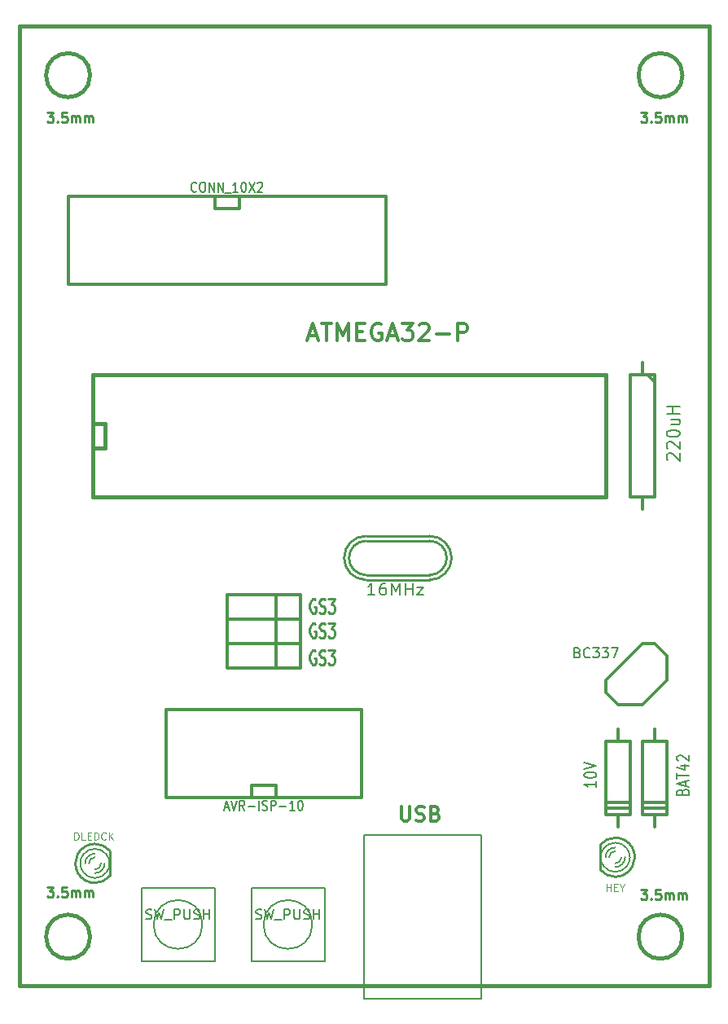
<source format=gto>
G04 #@! TF.FileFunction,Legend,Top*
%FSLAX46Y46*%
G04 Gerber Fmt 4.6, Leading zero omitted, Abs format (unit mm)*
G04 Created by KiCad (PCBNEW 4.0.5+dfsg1-4) date Wed May 24 13:42:23 2017*
%MOMM*%
%LPD*%
G01*
G04 APERTURE LIST*
%ADD10C,0.150000*%
%ADD11C,0.381000*%
%ADD12C,0.127000*%
%ADD13C,0.254000*%
%ADD14C,0.299720*%
%ADD15C,0.304800*%
%ADD16C,0.152400*%
%ADD17C,0.203200*%
%ADD18C,0.088900*%
G04 APERTURE END LIST*
D10*
D11*
X91440000Y-139700000D02*
X163195000Y-139700000D01*
X91440000Y-40005000D02*
X163195000Y-40005000D01*
X163195000Y-139700000D02*
X163195000Y-40005000D01*
X91440000Y-139700000D02*
X91440000Y-40005000D01*
D12*
X127254000Y-141097000D02*
X139446000Y-141097000D01*
X139446000Y-141097000D02*
X139446000Y-124079000D01*
X139446000Y-124079000D02*
X127254000Y-124079000D01*
X127254000Y-124079000D02*
X127254000Y-141097000D01*
D13*
X125222000Y-95250000D02*
G75*
G03X127508000Y-97536000I2286000J0D01*
G01*
X134112000Y-93472000D02*
X127508000Y-93472000D01*
X127508000Y-97028000D02*
X134112000Y-97028000D01*
X127508000Y-93472000D02*
G75*
G03X125730000Y-95250000I0J-1778000D01*
G01*
X125730000Y-95250000D02*
G75*
G03X127508000Y-97028000I1778000J0D01*
G01*
X135890000Y-95250000D02*
G75*
G03X134112000Y-93472000I-1778000J0D01*
G01*
X134112000Y-97028000D02*
G75*
G03X135890000Y-95250000I0J1778000D01*
G01*
X127508000Y-92964000D02*
G75*
G03X125222000Y-95250000I0J-2286000D01*
G01*
X127508000Y-92964000D02*
X134112000Y-92964000D01*
X134112000Y-97536000D02*
X127508000Y-97536000D01*
X136398000Y-95250000D02*
G75*
G03X134112000Y-92964000I-2286000J0D01*
G01*
X134112000Y-97536000D02*
G75*
G03X136398000Y-95250000I0J2286000D01*
G01*
D14*
X106680000Y-110998000D02*
X106680000Y-120142000D01*
X127000000Y-110998000D02*
X106680000Y-110998000D01*
X127000000Y-110998000D02*
X127000000Y-120142000D01*
X106680000Y-120142000D02*
X127000000Y-120142000D01*
X118110000Y-120142000D02*
X118110000Y-118872000D01*
X118110000Y-118872000D02*
X115570000Y-118872000D01*
X115570000Y-118872000D02*
X115570000Y-120142000D01*
D15*
X96520000Y-57658000D02*
X129540000Y-57658000D01*
X129540000Y-66802000D02*
X96520000Y-66802000D01*
D14*
X129540000Y-66802000D02*
X129540000Y-57658000D01*
X96520000Y-66802000D02*
X96520000Y-57658000D01*
X111760000Y-57658000D02*
X111760000Y-58928000D01*
X111760000Y-58928000D02*
X114300000Y-58928000D01*
X114300000Y-58928000D02*
X114300000Y-57658000D01*
D13*
X151841200Y-125095000D02*
X151841200Y-127635000D01*
D16*
X154586864Y-127340527D02*
G75*
G03X154940000Y-126365000I-1170864J975527D01*
G01*
X154938111Y-126364531D02*
G75*
G03X154553920Y-125354080I-1522111J-469D01*
G01*
X151893853Y-126365034D02*
G75*
G03X152260300Y-127355600I1522147J34D01*
G01*
X152245136Y-125389473D02*
G75*
G03X151892000Y-126365000I1170864J-975527D01*
G01*
X152176834Y-127252155D02*
G75*
G03X153416000Y-127889000I1239166J887155D01*
G01*
X153416801Y-127889000D02*
G75*
G03X154635200Y-127279400I-801J1524000D01*
G01*
X153415558Y-124842794D02*
G75*
G03X152214580Y-125430280I442J-1522206D01*
G01*
X154618564Y-125428829D02*
G75*
G03X153416000Y-124841000I-1202564J-936171D01*
G01*
X153416000Y-127000000D02*
G75*
G03X154051000Y-126365000I0J635000D01*
G01*
X153416000Y-127381000D02*
G75*
G03X154432000Y-126365000I0J1016000D01*
G01*
X153416000Y-125730000D02*
G75*
G03X152781000Y-126365000I0J-635000D01*
G01*
X153416000Y-125349000D02*
G75*
G03X152400000Y-126365000I0J-1016000D01*
G01*
D13*
X151857120Y-127668426D02*
G75*
G03X153416000Y-128397000I1558880J1303426D01*
G01*
X153416975Y-128394460D02*
G75*
G03X155206700Y-127320040I-975J2029460D01*
G01*
X153413448Y-124335614D02*
G75*
G03X151866600Y-125054360I2552J-2029386D01*
G01*
X155179299Y-125355149D02*
G75*
G03X153416000Y-124333000I-1763299J-1009851D01*
G01*
X155205130Y-127328347D02*
G75*
G03X155448000Y-126365000I-1789130J963347D01*
G01*
X155446923Y-126364900D02*
G75*
G03X155145740Y-125300740I-2030923J-100D01*
G01*
X100888800Y-128270000D02*
X100888800Y-125730000D01*
D16*
X98143136Y-126024473D02*
G75*
G03X97790000Y-127000000I1170864J-975527D01*
G01*
X97791889Y-127000469D02*
G75*
G03X98176080Y-128010920I1522111J469D01*
G01*
X100836147Y-126999966D02*
G75*
G03X100469700Y-126009400I-1522147J-34D01*
G01*
X100484864Y-127975527D02*
G75*
G03X100838000Y-127000000I-1170864J975527D01*
G01*
X100553166Y-126112845D02*
G75*
G03X99314000Y-125476000I-1239166J-887155D01*
G01*
X99313199Y-125476000D02*
G75*
G03X98094800Y-126085600I801J-1524000D01*
G01*
X99314442Y-128522206D02*
G75*
G03X100515420Y-127934720I-442J1522206D01*
G01*
X98111436Y-127936171D02*
G75*
G03X99314000Y-128524000I1202564J936171D01*
G01*
X99314000Y-126365000D02*
G75*
G03X98679000Y-127000000I0J-635000D01*
G01*
X99314000Y-125984000D02*
G75*
G03X98298000Y-127000000I0J-1016000D01*
G01*
X99314000Y-127635000D02*
G75*
G03X99949000Y-127000000I0J635000D01*
G01*
X99314000Y-128016000D02*
G75*
G03X100330000Y-127000000I0J1016000D01*
G01*
D13*
X100872880Y-125696574D02*
G75*
G03X99314000Y-124968000I-1558880J-1303426D01*
G01*
X99313025Y-124970540D02*
G75*
G03X97523300Y-126044960I975J-2029460D01*
G01*
X99316552Y-129029386D02*
G75*
G03X100863400Y-128310640I-2552J2029386D01*
G01*
X97550701Y-128009851D02*
G75*
G03X99314000Y-129032000I1763299J1009851D01*
G01*
X97524870Y-126036653D02*
G75*
G03X97282000Y-127000000I1789130J-963347D01*
G01*
X97283077Y-127000100D02*
G75*
G03X97584260Y-128064260I2030923J100D01*
G01*
D15*
X120650000Y-101600000D02*
X120650000Y-104140000D01*
X120650000Y-104140000D02*
X113030000Y-104140000D01*
X113030000Y-104140000D02*
X113030000Y-101600000D01*
X113030000Y-101600000D02*
X120650000Y-101600000D01*
X118110000Y-104140000D02*
X118110000Y-101600000D01*
X120650000Y-104140000D02*
X120650000Y-106680000D01*
X120650000Y-106680000D02*
X113030000Y-106680000D01*
X113030000Y-106680000D02*
X113030000Y-104140000D01*
X113030000Y-104140000D02*
X120650000Y-104140000D01*
X118110000Y-106680000D02*
X118110000Y-104140000D01*
X120650000Y-99060000D02*
X120650000Y-101600000D01*
X120650000Y-101600000D02*
X113030000Y-101600000D01*
X113030000Y-101600000D02*
X113030000Y-99060000D01*
X113030000Y-99060000D02*
X120650000Y-99060000D01*
X118110000Y-101600000D02*
X118110000Y-99060000D01*
D11*
X99060000Y-81280000D02*
X100330000Y-81280000D01*
X100330000Y-81280000D02*
X100330000Y-83820000D01*
X100330000Y-83820000D02*
X99060000Y-83820000D01*
X99060000Y-76200000D02*
X152400000Y-76200000D01*
X152400000Y-76200000D02*
X152400000Y-88900000D01*
X152400000Y-88900000D02*
X99060000Y-88900000D01*
X99060000Y-88900000D02*
X99060000Y-76200000D01*
D15*
X158750000Y-114300000D02*
X158750000Y-121920000D01*
X158750000Y-121920000D02*
X156210000Y-121920000D01*
X156210000Y-121920000D02*
X156210000Y-114300000D01*
X156210000Y-114300000D02*
X158750000Y-114300000D01*
X158750000Y-121285000D02*
X156210000Y-121285000D01*
X156210000Y-120650000D02*
X158750000Y-120650000D01*
X157480000Y-114300000D02*
X157480000Y-113030000D01*
X157480000Y-121920000D02*
X157480000Y-123190000D01*
X154940000Y-114300000D02*
X154940000Y-121920000D01*
X154940000Y-121920000D02*
X152400000Y-121920000D01*
X152400000Y-121920000D02*
X152400000Y-114300000D01*
X152400000Y-114300000D02*
X154940000Y-114300000D01*
X154940000Y-121285000D02*
X152400000Y-121285000D01*
X152400000Y-120650000D02*
X154940000Y-120650000D01*
X153670000Y-114300000D02*
X153670000Y-113030000D01*
X153670000Y-121920000D02*
X153670000Y-123190000D01*
X157480000Y-76200000D02*
X157480000Y-88900000D01*
X157480000Y-88900000D02*
X154940000Y-88900000D01*
X154940000Y-88900000D02*
X154940000Y-76200000D01*
X156210000Y-88900000D02*
X156210000Y-90170000D01*
X156210000Y-74930000D02*
X156210000Y-76200000D01*
X156718000Y-76200000D02*
X157480000Y-76962000D01*
X157480000Y-76200000D02*
X154940000Y-76200000D01*
X156210000Y-104140000D02*
X152400000Y-107950000D01*
X152400000Y-107950000D02*
X152400000Y-109220000D01*
X152400000Y-109220000D02*
X153670000Y-110490000D01*
X153670000Y-110490000D02*
X156210000Y-110490000D01*
X156210000Y-110490000D02*
X158750000Y-107950000D01*
X158750000Y-107950000D02*
X158750000Y-105410000D01*
X158750000Y-105410000D02*
X157480000Y-104140000D01*
X157480000Y-104140000D02*
X156210000Y-104140000D01*
D11*
X98806000Y-134620000D02*
G75*
G03X98806000Y-134620000I-2286000J0D01*
G01*
X160401000Y-134620000D02*
G75*
G03X160401000Y-134620000I-2286000J0D01*
G01*
X160401000Y-45085000D02*
G75*
G03X160401000Y-45085000I-2286000J0D01*
G01*
X98806000Y-45085000D02*
G75*
G03X98806000Y-45085000I-2286000J0D01*
G01*
D12*
X121920000Y-133350000D02*
G75*
G03X121920000Y-133350000I-2540000J0D01*
G01*
X123190000Y-137160000D02*
X115570000Y-137160000D01*
X115570000Y-137160000D02*
X115570000Y-129540000D01*
X115570000Y-129540000D02*
X123190000Y-129540000D01*
X123190000Y-137160000D02*
X123190000Y-129540000D01*
X110490000Y-133350000D02*
G75*
G03X110490000Y-133350000I-2540000J0D01*
G01*
X111760000Y-137160000D02*
X104140000Y-137160000D01*
X104140000Y-137160000D02*
X104140000Y-129540000D01*
X104140000Y-129540000D02*
X111760000Y-129540000D01*
X111760000Y-137160000D02*
X111760000Y-129540000D01*
D15*
X131172857Y-121085429D02*
X131172857Y-122319143D01*
X131245429Y-122464286D01*
X131318000Y-122536857D01*
X131463143Y-122609429D01*
X131753429Y-122609429D01*
X131898571Y-122536857D01*
X131971143Y-122464286D01*
X132043714Y-122319143D01*
X132043714Y-121085429D01*
X132696857Y-122536857D02*
X132914571Y-122609429D01*
X133277428Y-122609429D01*
X133422571Y-122536857D01*
X133495142Y-122464286D01*
X133567714Y-122319143D01*
X133567714Y-122174000D01*
X133495142Y-122028857D01*
X133422571Y-121956286D01*
X133277428Y-121883714D01*
X132987142Y-121811143D01*
X132842000Y-121738571D01*
X132769428Y-121666000D01*
X132696857Y-121520857D01*
X132696857Y-121375714D01*
X132769428Y-121230571D01*
X132842000Y-121158000D01*
X132987142Y-121085429D01*
X133350000Y-121085429D01*
X133567714Y-121158000D01*
X134728857Y-121811143D02*
X134946571Y-121883714D01*
X135019143Y-121956286D01*
X135091714Y-122101429D01*
X135091714Y-122319143D01*
X135019143Y-122464286D01*
X134946571Y-122536857D01*
X134801429Y-122609429D01*
X134220857Y-122609429D01*
X134220857Y-121085429D01*
X134728857Y-121085429D01*
X134874000Y-121158000D01*
X134946571Y-121230571D01*
X135019143Y-121375714D01*
X135019143Y-121520857D01*
X134946571Y-121666000D01*
X134874000Y-121738571D01*
X134728857Y-121811143D01*
X134220857Y-121811143D01*
D16*
X128409095Y-99069071D02*
X127683381Y-99069071D01*
X128046238Y-99069071D02*
X128046238Y-97926071D01*
X127925286Y-98089357D01*
X127804333Y-98198214D01*
X127683381Y-98252643D01*
X129497667Y-97926071D02*
X129255762Y-97926071D01*
X129134810Y-97980500D01*
X129074333Y-98034929D01*
X128953381Y-98198214D01*
X128892905Y-98415929D01*
X128892905Y-98851357D01*
X128953381Y-98960214D01*
X129013857Y-99014643D01*
X129134810Y-99069071D01*
X129376714Y-99069071D01*
X129497667Y-99014643D01*
X129558143Y-98960214D01*
X129618619Y-98851357D01*
X129618619Y-98579214D01*
X129558143Y-98470357D01*
X129497667Y-98415929D01*
X129376714Y-98361500D01*
X129134810Y-98361500D01*
X129013857Y-98415929D01*
X128953381Y-98470357D01*
X128892905Y-98579214D01*
X130162905Y-99069071D02*
X130162905Y-97926071D01*
X130586238Y-98742500D01*
X131009572Y-97926071D01*
X131009572Y-99069071D01*
X131614334Y-99069071D02*
X131614334Y-97926071D01*
X131614334Y-98470357D02*
X132340048Y-98470357D01*
X132340048Y-99069071D02*
X132340048Y-97926071D01*
X132823858Y-98307071D02*
X133489096Y-98307071D01*
X132823858Y-99069071D01*
X133489096Y-99069071D01*
D17*
X112775999Y-121200333D02*
X113199333Y-121200333D01*
X112691333Y-121490619D02*
X112987666Y-120474619D01*
X113283999Y-121490619D01*
X113453333Y-120474619D02*
X113749666Y-121490619D01*
X114045999Y-120474619D01*
X114850333Y-121490619D02*
X114553999Y-121006810D01*
X114342333Y-121490619D02*
X114342333Y-120474619D01*
X114680999Y-120474619D01*
X114765666Y-120523000D01*
X114807999Y-120571381D01*
X114850333Y-120668143D01*
X114850333Y-120813286D01*
X114807999Y-120910048D01*
X114765666Y-120958429D01*
X114680999Y-121006810D01*
X114342333Y-121006810D01*
X115231333Y-121103571D02*
X115908666Y-121103571D01*
X116332000Y-121490619D02*
X116332000Y-120474619D01*
X116712999Y-121442238D02*
X116839999Y-121490619D01*
X117051666Y-121490619D01*
X117136333Y-121442238D01*
X117178666Y-121393857D01*
X117220999Y-121297095D01*
X117220999Y-121200333D01*
X117178666Y-121103571D01*
X117136333Y-121055190D01*
X117051666Y-121006810D01*
X116882333Y-120958429D01*
X116797666Y-120910048D01*
X116755333Y-120861667D01*
X116712999Y-120764905D01*
X116712999Y-120668143D01*
X116755333Y-120571381D01*
X116797666Y-120523000D01*
X116882333Y-120474619D01*
X117093999Y-120474619D01*
X117220999Y-120523000D01*
X117602000Y-121490619D02*
X117602000Y-120474619D01*
X117940666Y-120474619D01*
X118025333Y-120523000D01*
X118067666Y-120571381D01*
X118110000Y-120668143D01*
X118110000Y-120813286D01*
X118067666Y-120910048D01*
X118025333Y-120958429D01*
X117940666Y-121006810D01*
X117602000Y-121006810D01*
X118491000Y-121103571D02*
X119168333Y-121103571D01*
X120057333Y-121490619D02*
X119549333Y-121490619D01*
X119803333Y-121490619D02*
X119803333Y-120474619D01*
X119718667Y-120619762D01*
X119634000Y-120716524D01*
X119549333Y-120764905D01*
X120607667Y-120474619D02*
X120692334Y-120474619D01*
X120777000Y-120523000D01*
X120819334Y-120571381D01*
X120861667Y-120668143D01*
X120904000Y-120861667D01*
X120904000Y-121103571D01*
X120861667Y-121297095D01*
X120819334Y-121393857D01*
X120777000Y-121442238D01*
X120692334Y-121490619D01*
X120607667Y-121490619D01*
X120523000Y-121442238D01*
X120480667Y-121393857D01*
X120438334Y-121297095D01*
X120396000Y-121103571D01*
X120396000Y-120861667D01*
X120438334Y-120668143D01*
X120480667Y-120571381D01*
X120523000Y-120523000D01*
X120607667Y-120474619D01*
X109876167Y-57131857D02*
X109833833Y-57180238D01*
X109706833Y-57228619D01*
X109622167Y-57228619D01*
X109495167Y-57180238D01*
X109410500Y-57083476D01*
X109368167Y-56986714D01*
X109325833Y-56793190D01*
X109325833Y-56648048D01*
X109368167Y-56454524D01*
X109410500Y-56357762D01*
X109495167Y-56261000D01*
X109622167Y-56212619D01*
X109706833Y-56212619D01*
X109833833Y-56261000D01*
X109876167Y-56309381D01*
X110426500Y-56212619D02*
X110595833Y-56212619D01*
X110680500Y-56261000D01*
X110765167Y-56357762D01*
X110807500Y-56551286D01*
X110807500Y-56889952D01*
X110765167Y-57083476D01*
X110680500Y-57180238D01*
X110595833Y-57228619D01*
X110426500Y-57228619D01*
X110341833Y-57180238D01*
X110257167Y-57083476D01*
X110214833Y-56889952D01*
X110214833Y-56551286D01*
X110257167Y-56357762D01*
X110341833Y-56261000D01*
X110426500Y-56212619D01*
X111188500Y-57228619D02*
X111188500Y-56212619D01*
X111696500Y-57228619D01*
X111696500Y-56212619D01*
X112119833Y-57228619D02*
X112119833Y-56212619D01*
X112627833Y-57228619D01*
X112627833Y-56212619D01*
X112839499Y-57325381D02*
X113516832Y-57325381D01*
X114194165Y-57228619D02*
X113686165Y-57228619D01*
X113940165Y-57228619D02*
X113940165Y-56212619D01*
X113855499Y-56357762D01*
X113770832Y-56454524D01*
X113686165Y-56502905D01*
X114744499Y-56212619D02*
X114829166Y-56212619D01*
X114913832Y-56261000D01*
X114956166Y-56309381D01*
X114998499Y-56406143D01*
X115040832Y-56599667D01*
X115040832Y-56841571D01*
X114998499Y-57035095D01*
X114956166Y-57131857D01*
X114913832Y-57180238D01*
X114829166Y-57228619D01*
X114744499Y-57228619D01*
X114659832Y-57180238D01*
X114617499Y-57131857D01*
X114575166Y-57035095D01*
X114532832Y-56841571D01*
X114532832Y-56599667D01*
X114575166Y-56406143D01*
X114617499Y-56309381D01*
X114659832Y-56261000D01*
X114744499Y-56212619D01*
X115337166Y-56212619D02*
X115929833Y-57228619D01*
X115929833Y-56212619D02*
X115337166Y-57228619D01*
X116226166Y-56309381D02*
X116268500Y-56261000D01*
X116353166Y-56212619D01*
X116564833Y-56212619D01*
X116649500Y-56261000D01*
X116691833Y-56309381D01*
X116734166Y-56406143D01*
X116734166Y-56502905D01*
X116691833Y-56648048D01*
X116183833Y-57228619D01*
X116734166Y-57228619D01*
D18*
X152527000Y-129884714D02*
X152527000Y-129122714D01*
X152527000Y-129485571D02*
X152962428Y-129485571D01*
X152962428Y-129884714D02*
X152962428Y-129122714D01*
X153325286Y-129485571D02*
X153579286Y-129485571D01*
X153688143Y-129884714D02*
X153325286Y-129884714D01*
X153325286Y-129122714D01*
X153688143Y-129122714D01*
X154159857Y-129521857D02*
X154159857Y-129884714D01*
X153905857Y-129122714D02*
X154159857Y-129521857D01*
X154413857Y-129122714D01*
X97191286Y-124550714D02*
X97191286Y-123788714D01*
X97372714Y-123788714D01*
X97481571Y-123825000D01*
X97554143Y-123897571D01*
X97590428Y-123970143D01*
X97626714Y-124115286D01*
X97626714Y-124224143D01*
X97590428Y-124369286D01*
X97554143Y-124441857D01*
X97481571Y-124514429D01*
X97372714Y-124550714D01*
X97191286Y-124550714D01*
X98316143Y-124550714D02*
X97953286Y-124550714D01*
X97953286Y-123788714D01*
X98570143Y-124151571D02*
X98824143Y-124151571D01*
X98933000Y-124550714D02*
X98570143Y-124550714D01*
X98570143Y-123788714D01*
X98933000Y-123788714D01*
X99259572Y-124550714D02*
X99259572Y-123788714D01*
X99441000Y-123788714D01*
X99549857Y-123825000D01*
X99622429Y-123897571D01*
X99658714Y-123970143D01*
X99695000Y-124115286D01*
X99695000Y-124224143D01*
X99658714Y-124369286D01*
X99622429Y-124441857D01*
X99549857Y-124514429D01*
X99441000Y-124550714D01*
X99259572Y-124550714D01*
X100457000Y-124478143D02*
X100420714Y-124514429D01*
X100311857Y-124550714D01*
X100239286Y-124550714D01*
X100130429Y-124514429D01*
X100057857Y-124441857D01*
X100021572Y-124369286D01*
X99985286Y-124224143D01*
X99985286Y-124115286D01*
X100021572Y-123970143D01*
X100057857Y-123897571D01*
X100130429Y-123825000D01*
X100239286Y-123788714D01*
X100311857Y-123788714D01*
X100420714Y-123825000D01*
X100457000Y-123861286D01*
X100783572Y-124550714D02*
X100783572Y-123788714D01*
X101219000Y-124550714D02*
X100892429Y-124115286D01*
X101219000Y-123788714D02*
X100783572Y-124224143D01*
D13*
X122234476Y-102108000D02*
X122137714Y-102035429D01*
X121992571Y-102035429D01*
X121847429Y-102108000D01*
X121750667Y-102253143D01*
X121702286Y-102398286D01*
X121653905Y-102688571D01*
X121653905Y-102906286D01*
X121702286Y-103196571D01*
X121750667Y-103341714D01*
X121847429Y-103486857D01*
X121992571Y-103559429D01*
X122089333Y-103559429D01*
X122234476Y-103486857D01*
X122282857Y-103414286D01*
X122282857Y-102906286D01*
X122089333Y-102906286D01*
X122669905Y-103486857D02*
X122815048Y-103559429D01*
X123056952Y-103559429D01*
X123153714Y-103486857D01*
X123202095Y-103414286D01*
X123250476Y-103269143D01*
X123250476Y-103124000D01*
X123202095Y-102978857D01*
X123153714Y-102906286D01*
X123056952Y-102833714D01*
X122863429Y-102761143D01*
X122766667Y-102688571D01*
X122718286Y-102616000D01*
X122669905Y-102470857D01*
X122669905Y-102325714D01*
X122718286Y-102180571D01*
X122766667Y-102108000D01*
X122863429Y-102035429D01*
X123105333Y-102035429D01*
X123250476Y-102108000D01*
X123589143Y-102035429D02*
X124218095Y-102035429D01*
X123879429Y-102616000D01*
X124024571Y-102616000D01*
X124121333Y-102688571D01*
X124169714Y-102761143D01*
X124218095Y-102906286D01*
X124218095Y-103269143D01*
X124169714Y-103414286D01*
X124121333Y-103486857D01*
X124024571Y-103559429D01*
X123734286Y-103559429D01*
X123637524Y-103486857D01*
X123589143Y-103414286D01*
X122234476Y-104902000D02*
X122137714Y-104829429D01*
X121992571Y-104829429D01*
X121847429Y-104902000D01*
X121750667Y-105047143D01*
X121702286Y-105192286D01*
X121653905Y-105482571D01*
X121653905Y-105700286D01*
X121702286Y-105990571D01*
X121750667Y-106135714D01*
X121847429Y-106280857D01*
X121992571Y-106353429D01*
X122089333Y-106353429D01*
X122234476Y-106280857D01*
X122282857Y-106208286D01*
X122282857Y-105700286D01*
X122089333Y-105700286D01*
X122669905Y-106280857D02*
X122815048Y-106353429D01*
X123056952Y-106353429D01*
X123153714Y-106280857D01*
X123202095Y-106208286D01*
X123250476Y-106063143D01*
X123250476Y-105918000D01*
X123202095Y-105772857D01*
X123153714Y-105700286D01*
X123056952Y-105627714D01*
X122863429Y-105555143D01*
X122766667Y-105482571D01*
X122718286Y-105410000D01*
X122669905Y-105264857D01*
X122669905Y-105119714D01*
X122718286Y-104974571D01*
X122766667Y-104902000D01*
X122863429Y-104829429D01*
X123105333Y-104829429D01*
X123250476Y-104902000D01*
X123589143Y-104829429D02*
X124218095Y-104829429D01*
X123879429Y-105410000D01*
X124024571Y-105410000D01*
X124121333Y-105482571D01*
X124169714Y-105555143D01*
X124218095Y-105700286D01*
X124218095Y-106063143D01*
X124169714Y-106208286D01*
X124121333Y-106280857D01*
X124024571Y-106353429D01*
X123734286Y-106353429D01*
X123637524Y-106280857D01*
X123589143Y-106208286D01*
X122234476Y-99568000D02*
X122137714Y-99495429D01*
X121992571Y-99495429D01*
X121847429Y-99568000D01*
X121750667Y-99713143D01*
X121702286Y-99858286D01*
X121653905Y-100148571D01*
X121653905Y-100366286D01*
X121702286Y-100656571D01*
X121750667Y-100801714D01*
X121847429Y-100946857D01*
X121992571Y-101019429D01*
X122089333Y-101019429D01*
X122234476Y-100946857D01*
X122282857Y-100874286D01*
X122282857Y-100366286D01*
X122089333Y-100366286D01*
X122669905Y-100946857D02*
X122815048Y-101019429D01*
X123056952Y-101019429D01*
X123153714Y-100946857D01*
X123202095Y-100874286D01*
X123250476Y-100729143D01*
X123250476Y-100584000D01*
X123202095Y-100438857D01*
X123153714Y-100366286D01*
X123056952Y-100293714D01*
X122863429Y-100221143D01*
X122766667Y-100148571D01*
X122718286Y-100076000D01*
X122669905Y-99930857D01*
X122669905Y-99785714D01*
X122718286Y-99640571D01*
X122766667Y-99568000D01*
X122863429Y-99495429D01*
X123105333Y-99495429D01*
X123250476Y-99568000D01*
X123589143Y-99495429D02*
X124218095Y-99495429D01*
X123879429Y-100076000D01*
X124024571Y-100076000D01*
X124121333Y-100148571D01*
X124169714Y-100221143D01*
X124218095Y-100366286D01*
X124218095Y-100729143D01*
X124169714Y-100874286D01*
X124121333Y-100946857D01*
X124024571Y-101019429D01*
X123734286Y-101019429D01*
X123637524Y-100946857D01*
X123589143Y-100874286D01*
D15*
X121539001Y-72178333D02*
X122385667Y-72178333D01*
X121369667Y-72686333D02*
X121962334Y-70908333D01*
X122555001Y-72686333D01*
X122893667Y-70908333D02*
X123909667Y-70908333D01*
X123401667Y-72686333D02*
X123401667Y-70908333D01*
X124502334Y-72686333D02*
X124502334Y-70908333D01*
X125095001Y-72178333D01*
X125687668Y-70908333D01*
X125687668Y-72686333D01*
X126534334Y-71755000D02*
X127127001Y-71755000D01*
X127381001Y-72686333D02*
X126534334Y-72686333D01*
X126534334Y-70908333D01*
X127381001Y-70908333D01*
X129074335Y-70993000D02*
X128905001Y-70908333D01*
X128651001Y-70908333D01*
X128397001Y-70993000D01*
X128227668Y-71162333D01*
X128143001Y-71331667D01*
X128058335Y-71670333D01*
X128058335Y-71924333D01*
X128143001Y-72263000D01*
X128227668Y-72432333D01*
X128397001Y-72601667D01*
X128651001Y-72686333D01*
X128820335Y-72686333D01*
X129074335Y-72601667D01*
X129159001Y-72517000D01*
X129159001Y-71924333D01*
X128820335Y-71924333D01*
X129836335Y-72178333D02*
X130683001Y-72178333D01*
X129667001Y-72686333D02*
X130259668Y-70908333D01*
X130852335Y-72686333D01*
X131275668Y-70908333D02*
X132376335Y-70908333D01*
X131783668Y-71585667D01*
X132037668Y-71585667D01*
X132207001Y-71670333D01*
X132291668Y-71755000D01*
X132376335Y-71924333D01*
X132376335Y-72347667D01*
X132291668Y-72517000D01*
X132207001Y-72601667D01*
X132037668Y-72686333D01*
X131529668Y-72686333D01*
X131360335Y-72601667D01*
X131275668Y-72517000D01*
X133053668Y-71077667D02*
X133138334Y-70993000D01*
X133307668Y-70908333D01*
X133731001Y-70908333D01*
X133900334Y-70993000D01*
X133985001Y-71077667D01*
X134069668Y-71247000D01*
X134069668Y-71416333D01*
X133985001Y-71670333D01*
X132969001Y-72686333D01*
X134069668Y-72686333D01*
X134831667Y-72009000D02*
X136186334Y-72009000D01*
X137033000Y-72686333D02*
X137033000Y-70908333D01*
X137710334Y-70908333D01*
X137879667Y-70993000D01*
X137964334Y-71077667D01*
X138049000Y-71247000D01*
X138049000Y-71501000D01*
X137964334Y-71670333D01*
X137879667Y-71755000D01*
X137710334Y-71839667D01*
X137033000Y-71839667D01*
D17*
X160437286Y-119573524D02*
X160497762Y-119428381D01*
X160558238Y-119380000D01*
X160679190Y-119331619D01*
X160860619Y-119331619D01*
X160981571Y-119380000D01*
X161042048Y-119428381D01*
X161102524Y-119525143D01*
X161102524Y-119912190D01*
X159832524Y-119912190D01*
X159832524Y-119573524D01*
X159893000Y-119476762D01*
X159953476Y-119428381D01*
X160074429Y-119380000D01*
X160195381Y-119380000D01*
X160316333Y-119428381D01*
X160376810Y-119476762D01*
X160437286Y-119573524D01*
X160437286Y-119912190D01*
X160739667Y-118944571D02*
X160739667Y-118460762D01*
X161102524Y-119041333D02*
X159832524Y-118702666D01*
X161102524Y-118364000D01*
X159832524Y-118170476D02*
X159832524Y-117589905D01*
X161102524Y-117880190D02*
X159832524Y-117880190D01*
X160255857Y-116815810D02*
X161102524Y-116815810D01*
X159772048Y-117057714D02*
X160679190Y-117299619D01*
X160679190Y-116670667D01*
X159953476Y-116332000D02*
X159893000Y-116283619D01*
X159832524Y-116186857D01*
X159832524Y-115944953D01*
X159893000Y-115848191D01*
X159953476Y-115799810D01*
X160074429Y-115751429D01*
X160195381Y-115751429D01*
X160376810Y-115799810D01*
X161102524Y-116380381D01*
X161102524Y-115751429D01*
X151450524Y-118484952D02*
X151450524Y-119065523D01*
X151450524Y-118775237D02*
X150180524Y-118775237D01*
X150361952Y-118871999D01*
X150482905Y-118968761D01*
X150543381Y-119065523D01*
X150180524Y-117855999D02*
X150180524Y-117759238D01*
X150241000Y-117662476D01*
X150301476Y-117614095D01*
X150422429Y-117565714D01*
X150664333Y-117517333D01*
X150966714Y-117517333D01*
X151208619Y-117565714D01*
X151329571Y-117614095D01*
X151390048Y-117662476D01*
X151450524Y-117759238D01*
X151450524Y-117855999D01*
X151390048Y-117952761D01*
X151329571Y-118001142D01*
X151208619Y-118049523D01*
X150966714Y-118097904D01*
X150664333Y-118097904D01*
X150422429Y-118049523D01*
X150301476Y-118001142D01*
X150241000Y-117952761D01*
X150180524Y-117855999D01*
X150180524Y-117227047D02*
X151450524Y-116888380D01*
X150180524Y-116549714D01*
X158880024Y-85108143D02*
X158813500Y-85047667D01*
X158746976Y-84926715D01*
X158746976Y-84624334D01*
X158813500Y-84503381D01*
X158880024Y-84442905D01*
X159013071Y-84382429D01*
X159146119Y-84382429D01*
X159345690Y-84442905D01*
X160143976Y-85168619D01*
X160143976Y-84382429D01*
X158880024Y-83898619D02*
X158813500Y-83838143D01*
X158746976Y-83717191D01*
X158746976Y-83414810D01*
X158813500Y-83293857D01*
X158880024Y-83233381D01*
X159013071Y-83172905D01*
X159146119Y-83172905D01*
X159345690Y-83233381D01*
X160143976Y-83959095D01*
X160143976Y-83172905D01*
X158746976Y-82386714D02*
X158746976Y-82265762D01*
X158813500Y-82144810D01*
X158880024Y-82084333D01*
X159013071Y-82023857D01*
X159279167Y-81963381D01*
X159611786Y-81963381D01*
X159877881Y-82023857D01*
X160010929Y-82084333D01*
X160077452Y-82144810D01*
X160143976Y-82265762D01*
X160143976Y-82386714D01*
X160077452Y-82507667D01*
X160010929Y-82568143D01*
X159877881Y-82628619D01*
X159611786Y-82689095D01*
X159279167Y-82689095D01*
X159013071Y-82628619D01*
X158880024Y-82568143D01*
X158813500Y-82507667D01*
X158746976Y-82386714D01*
X159212643Y-80874809D02*
X160143976Y-80874809D01*
X159212643Y-81419095D02*
X159944405Y-81419095D01*
X160077452Y-81358619D01*
X160143976Y-81237666D01*
X160143976Y-81056238D01*
X160077452Y-80935286D01*
X160010929Y-80874809D01*
X160143976Y-80270047D02*
X158746976Y-80270047D01*
X159412214Y-80270047D02*
X159412214Y-79544333D01*
X160143976Y-79544333D02*
X158746976Y-79544333D01*
X149497143Y-105083429D02*
X149642286Y-105131810D01*
X149690667Y-105180190D01*
X149739048Y-105276952D01*
X149739048Y-105422095D01*
X149690667Y-105518857D01*
X149642286Y-105567238D01*
X149545524Y-105615619D01*
X149158477Y-105615619D01*
X149158477Y-104599619D01*
X149497143Y-104599619D01*
X149593905Y-104648000D01*
X149642286Y-104696381D01*
X149690667Y-104793143D01*
X149690667Y-104889905D01*
X149642286Y-104986667D01*
X149593905Y-105035048D01*
X149497143Y-105083429D01*
X149158477Y-105083429D01*
X150755048Y-105518857D02*
X150706667Y-105567238D01*
X150561524Y-105615619D01*
X150464762Y-105615619D01*
X150319620Y-105567238D01*
X150222858Y-105470476D01*
X150174477Y-105373714D01*
X150126096Y-105180190D01*
X150126096Y-105035048D01*
X150174477Y-104841524D01*
X150222858Y-104744762D01*
X150319620Y-104648000D01*
X150464762Y-104599619D01*
X150561524Y-104599619D01*
X150706667Y-104648000D01*
X150755048Y-104696381D01*
X151093715Y-104599619D02*
X151722667Y-104599619D01*
X151384001Y-104986667D01*
X151529143Y-104986667D01*
X151625905Y-105035048D01*
X151674286Y-105083429D01*
X151722667Y-105180190D01*
X151722667Y-105422095D01*
X151674286Y-105518857D01*
X151625905Y-105567238D01*
X151529143Y-105615619D01*
X151238858Y-105615619D01*
X151142096Y-105567238D01*
X151093715Y-105518857D01*
X152061334Y-104599619D02*
X152690286Y-104599619D01*
X152351620Y-104986667D01*
X152496762Y-104986667D01*
X152593524Y-105035048D01*
X152641905Y-105083429D01*
X152690286Y-105180190D01*
X152690286Y-105422095D01*
X152641905Y-105518857D01*
X152593524Y-105567238D01*
X152496762Y-105615619D01*
X152206477Y-105615619D01*
X152109715Y-105567238D01*
X152061334Y-105518857D01*
X153028953Y-104599619D02*
X153706286Y-104599619D01*
X153270858Y-105615619D01*
D13*
X94354952Y-129491619D02*
X94983904Y-129491619D01*
X94645238Y-129878667D01*
X94790380Y-129878667D01*
X94887142Y-129927048D01*
X94935523Y-129975429D01*
X94983904Y-130072190D01*
X94983904Y-130314095D01*
X94935523Y-130410857D01*
X94887142Y-130459238D01*
X94790380Y-130507619D01*
X94500095Y-130507619D01*
X94403333Y-130459238D01*
X94354952Y-130410857D01*
X95419333Y-130410857D02*
X95467714Y-130459238D01*
X95419333Y-130507619D01*
X95370952Y-130459238D01*
X95419333Y-130410857D01*
X95419333Y-130507619D01*
X96386952Y-129491619D02*
X95903143Y-129491619D01*
X95854762Y-129975429D01*
X95903143Y-129927048D01*
X95999905Y-129878667D01*
X96241809Y-129878667D01*
X96338571Y-129927048D01*
X96386952Y-129975429D01*
X96435333Y-130072190D01*
X96435333Y-130314095D01*
X96386952Y-130410857D01*
X96338571Y-130459238D01*
X96241809Y-130507619D01*
X95999905Y-130507619D01*
X95903143Y-130459238D01*
X95854762Y-130410857D01*
X96870762Y-130507619D02*
X96870762Y-129830286D01*
X96870762Y-129927048D02*
X96919143Y-129878667D01*
X97015905Y-129830286D01*
X97161047Y-129830286D01*
X97257809Y-129878667D01*
X97306190Y-129975429D01*
X97306190Y-130507619D01*
X97306190Y-129975429D02*
X97354571Y-129878667D01*
X97451333Y-129830286D01*
X97596476Y-129830286D01*
X97693238Y-129878667D01*
X97741619Y-129975429D01*
X97741619Y-130507619D01*
X98225429Y-130507619D02*
X98225429Y-129830286D01*
X98225429Y-129927048D02*
X98273810Y-129878667D01*
X98370572Y-129830286D01*
X98515714Y-129830286D01*
X98612476Y-129878667D01*
X98660857Y-129975429D01*
X98660857Y-130507619D01*
X98660857Y-129975429D02*
X98709238Y-129878667D01*
X98806000Y-129830286D01*
X98951143Y-129830286D01*
X99047905Y-129878667D01*
X99096286Y-129975429D01*
X99096286Y-130507619D01*
X156076952Y-129745619D02*
X156705904Y-129745619D01*
X156367238Y-130132667D01*
X156512380Y-130132667D01*
X156609142Y-130181048D01*
X156657523Y-130229429D01*
X156705904Y-130326190D01*
X156705904Y-130568095D01*
X156657523Y-130664857D01*
X156609142Y-130713238D01*
X156512380Y-130761619D01*
X156222095Y-130761619D01*
X156125333Y-130713238D01*
X156076952Y-130664857D01*
X157141333Y-130664857D02*
X157189714Y-130713238D01*
X157141333Y-130761619D01*
X157092952Y-130713238D01*
X157141333Y-130664857D01*
X157141333Y-130761619D01*
X158108952Y-129745619D02*
X157625143Y-129745619D01*
X157576762Y-130229429D01*
X157625143Y-130181048D01*
X157721905Y-130132667D01*
X157963809Y-130132667D01*
X158060571Y-130181048D01*
X158108952Y-130229429D01*
X158157333Y-130326190D01*
X158157333Y-130568095D01*
X158108952Y-130664857D01*
X158060571Y-130713238D01*
X157963809Y-130761619D01*
X157721905Y-130761619D01*
X157625143Y-130713238D01*
X157576762Y-130664857D01*
X158592762Y-130761619D02*
X158592762Y-130084286D01*
X158592762Y-130181048D02*
X158641143Y-130132667D01*
X158737905Y-130084286D01*
X158883047Y-130084286D01*
X158979809Y-130132667D01*
X159028190Y-130229429D01*
X159028190Y-130761619D01*
X159028190Y-130229429D02*
X159076571Y-130132667D01*
X159173333Y-130084286D01*
X159318476Y-130084286D01*
X159415238Y-130132667D01*
X159463619Y-130229429D01*
X159463619Y-130761619D01*
X159947429Y-130761619D02*
X159947429Y-130084286D01*
X159947429Y-130181048D02*
X159995810Y-130132667D01*
X160092572Y-130084286D01*
X160237714Y-130084286D01*
X160334476Y-130132667D01*
X160382857Y-130229429D01*
X160382857Y-130761619D01*
X160382857Y-130229429D02*
X160431238Y-130132667D01*
X160528000Y-130084286D01*
X160673143Y-130084286D01*
X160769905Y-130132667D01*
X160818286Y-130229429D01*
X160818286Y-130761619D01*
X156076952Y-48973619D02*
X156705904Y-48973619D01*
X156367238Y-49360667D01*
X156512380Y-49360667D01*
X156609142Y-49409048D01*
X156657523Y-49457429D01*
X156705904Y-49554190D01*
X156705904Y-49796095D01*
X156657523Y-49892857D01*
X156609142Y-49941238D01*
X156512380Y-49989619D01*
X156222095Y-49989619D01*
X156125333Y-49941238D01*
X156076952Y-49892857D01*
X157141333Y-49892857D02*
X157189714Y-49941238D01*
X157141333Y-49989619D01*
X157092952Y-49941238D01*
X157141333Y-49892857D01*
X157141333Y-49989619D01*
X158108952Y-48973619D02*
X157625143Y-48973619D01*
X157576762Y-49457429D01*
X157625143Y-49409048D01*
X157721905Y-49360667D01*
X157963809Y-49360667D01*
X158060571Y-49409048D01*
X158108952Y-49457429D01*
X158157333Y-49554190D01*
X158157333Y-49796095D01*
X158108952Y-49892857D01*
X158060571Y-49941238D01*
X157963809Y-49989619D01*
X157721905Y-49989619D01*
X157625143Y-49941238D01*
X157576762Y-49892857D01*
X158592762Y-49989619D02*
X158592762Y-49312286D01*
X158592762Y-49409048D02*
X158641143Y-49360667D01*
X158737905Y-49312286D01*
X158883047Y-49312286D01*
X158979809Y-49360667D01*
X159028190Y-49457429D01*
X159028190Y-49989619D01*
X159028190Y-49457429D02*
X159076571Y-49360667D01*
X159173333Y-49312286D01*
X159318476Y-49312286D01*
X159415238Y-49360667D01*
X159463619Y-49457429D01*
X159463619Y-49989619D01*
X159947429Y-49989619D02*
X159947429Y-49312286D01*
X159947429Y-49409048D02*
X159995810Y-49360667D01*
X160092572Y-49312286D01*
X160237714Y-49312286D01*
X160334476Y-49360667D01*
X160382857Y-49457429D01*
X160382857Y-49989619D01*
X160382857Y-49457429D02*
X160431238Y-49360667D01*
X160528000Y-49312286D01*
X160673143Y-49312286D01*
X160769905Y-49360667D01*
X160818286Y-49457429D01*
X160818286Y-49989619D01*
X94354952Y-48973619D02*
X94983904Y-48973619D01*
X94645238Y-49360667D01*
X94790380Y-49360667D01*
X94887142Y-49409048D01*
X94935523Y-49457429D01*
X94983904Y-49554190D01*
X94983904Y-49796095D01*
X94935523Y-49892857D01*
X94887142Y-49941238D01*
X94790380Y-49989619D01*
X94500095Y-49989619D01*
X94403333Y-49941238D01*
X94354952Y-49892857D01*
X95419333Y-49892857D02*
X95467714Y-49941238D01*
X95419333Y-49989619D01*
X95370952Y-49941238D01*
X95419333Y-49892857D01*
X95419333Y-49989619D01*
X96386952Y-48973619D02*
X95903143Y-48973619D01*
X95854762Y-49457429D01*
X95903143Y-49409048D01*
X95999905Y-49360667D01*
X96241809Y-49360667D01*
X96338571Y-49409048D01*
X96386952Y-49457429D01*
X96435333Y-49554190D01*
X96435333Y-49796095D01*
X96386952Y-49892857D01*
X96338571Y-49941238D01*
X96241809Y-49989619D01*
X95999905Y-49989619D01*
X95903143Y-49941238D01*
X95854762Y-49892857D01*
X96870762Y-49989619D02*
X96870762Y-49312286D01*
X96870762Y-49409048D02*
X96919143Y-49360667D01*
X97015905Y-49312286D01*
X97161047Y-49312286D01*
X97257809Y-49360667D01*
X97306190Y-49457429D01*
X97306190Y-49989619D01*
X97306190Y-49457429D02*
X97354571Y-49360667D01*
X97451333Y-49312286D01*
X97596476Y-49312286D01*
X97693238Y-49360667D01*
X97741619Y-49457429D01*
X97741619Y-49989619D01*
X98225429Y-49989619D02*
X98225429Y-49312286D01*
X98225429Y-49409048D02*
X98273810Y-49360667D01*
X98370572Y-49312286D01*
X98515714Y-49312286D01*
X98612476Y-49360667D01*
X98660857Y-49457429D01*
X98660857Y-49989619D01*
X98660857Y-49457429D02*
X98709238Y-49360667D01*
X98806000Y-49312286D01*
X98951143Y-49312286D01*
X99047905Y-49360667D01*
X99096286Y-49457429D01*
X99096286Y-49989619D01*
D17*
X116065905Y-132745238D02*
X116211048Y-132793619D01*
X116452952Y-132793619D01*
X116549714Y-132745238D01*
X116598095Y-132696857D01*
X116646476Y-132600095D01*
X116646476Y-132503333D01*
X116598095Y-132406571D01*
X116549714Y-132358190D01*
X116452952Y-132309810D01*
X116259429Y-132261429D01*
X116162667Y-132213048D01*
X116114286Y-132164667D01*
X116065905Y-132067905D01*
X116065905Y-131971143D01*
X116114286Y-131874381D01*
X116162667Y-131826000D01*
X116259429Y-131777619D01*
X116501333Y-131777619D01*
X116646476Y-131826000D01*
X116985143Y-131777619D02*
X117227048Y-132793619D01*
X117420571Y-132067905D01*
X117614095Y-132793619D01*
X117856000Y-131777619D01*
X118001143Y-132890381D02*
X118775238Y-132890381D01*
X119017143Y-132793619D02*
X119017143Y-131777619D01*
X119404190Y-131777619D01*
X119500952Y-131826000D01*
X119549333Y-131874381D01*
X119597714Y-131971143D01*
X119597714Y-132116286D01*
X119549333Y-132213048D01*
X119500952Y-132261429D01*
X119404190Y-132309810D01*
X119017143Y-132309810D01*
X120033143Y-131777619D02*
X120033143Y-132600095D01*
X120081524Y-132696857D01*
X120129905Y-132745238D01*
X120226667Y-132793619D01*
X120420190Y-132793619D01*
X120516952Y-132745238D01*
X120565333Y-132696857D01*
X120613714Y-132600095D01*
X120613714Y-131777619D01*
X121049143Y-132745238D02*
X121194286Y-132793619D01*
X121436190Y-132793619D01*
X121532952Y-132745238D01*
X121581333Y-132696857D01*
X121629714Y-132600095D01*
X121629714Y-132503333D01*
X121581333Y-132406571D01*
X121532952Y-132358190D01*
X121436190Y-132309810D01*
X121242667Y-132261429D01*
X121145905Y-132213048D01*
X121097524Y-132164667D01*
X121049143Y-132067905D01*
X121049143Y-131971143D01*
X121097524Y-131874381D01*
X121145905Y-131826000D01*
X121242667Y-131777619D01*
X121484571Y-131777619D01*
X121629714Y-131826000D01*
X122065143Y-132793619D02*
X122065143Y-131777619D01*
X122065143Y-132261429D02*
X122645714Y-132261429D01*
X122645714Y-132793619D02*
X122645714Y-131777619D01*
X104635905Y-132745238D02*
X104781048Y-132793619D01*
X105022952Y-132793619D01*
X105119714Y-132745238D01*
X105168095Y-132696857D01*
X105216476Y-132600095D01*
X105216476Y-132503333D01*
X105168095Y-132406571D01*
X105119714Y-132358190D01*
X105022952Y-132309810D01*
X104829429Y-132261429D01*
X104732667Y-132213048D01*
X104684286Y-132164667D01*
X104635905Y-132067905D01*
X104635905Y-131971143D01*
X104684286Y-131874381D01*
X104732667Y-131826000D01*
X104829429Y-131777619D01*
X105071333Y-131777619D01*
X105216476Y-131826000D01*
X105555143Y-131777619D02*
X105797048Y-132793619D01*
X105990571Y-132067905D01*
X106184095Y-132793619D01*
X106426000Y-131777619D01*
X106571143Y-132890381D02*
X107345238Y-132890381D01*
X107587143Y-132793619D02*
X107587143Y-131777619D01*
X107974190Y-131777619D01*
X108070952Y-131826000D01*
X108119333Y-131874381D01*
X108167714Y-131971143D01*
X108167714Y-132116286D01*
X108119333Y-132213048D01*
X108070952Y-132261429D01*
X107974190Y-132309810D01*
X107587143Y-132309810D01*
X108603143Y-131777619D02*
X108603143Y-132600095D01*
X108651524Y-132696857D01*
X108699905Y-132745238D01*
X108796667Y-132793619D01*
X108990190Y-132793619D01*
X109086952Y-132745238D01*
X109135333Y-132696857D01*
X109183714Y-132600095D01*
X109183714Y-131777619D01*
X109619143Y-132745238D02*
X109764286Y-132793619D01*
X110006190Y-132793619D01*
X110102952Y-132745238D01*
X110151333Y-132696857D01*
X110199714Y-132600095D01*
X110199714Y-132503333D01*
X110151333Y-132406571D01*
X110102952Y-132358190D01*
X110006190Y-132309810D01*
X109812667Y-132261429D01*
X109715905Y-132213048D01*
X109667524Y-132164667D01*
X109619143Y-132067905D01*
X109619143Y-131971143D01*
X109667524Y-131874381D01*
X109715905Y-131826000D01*
X109812667Y-131777619D01*
X110054571Y-131777619D01*
X110199714Y-131826000D01*
X110635143Y-132793619D02*
X110635143Y-131777619D01*
X110635143Y-132261429D02*
X111215714Y-132261429D01*
X111215714Y-132793619D02*
X111215714Y-131777619D01*
M02*

</source>
